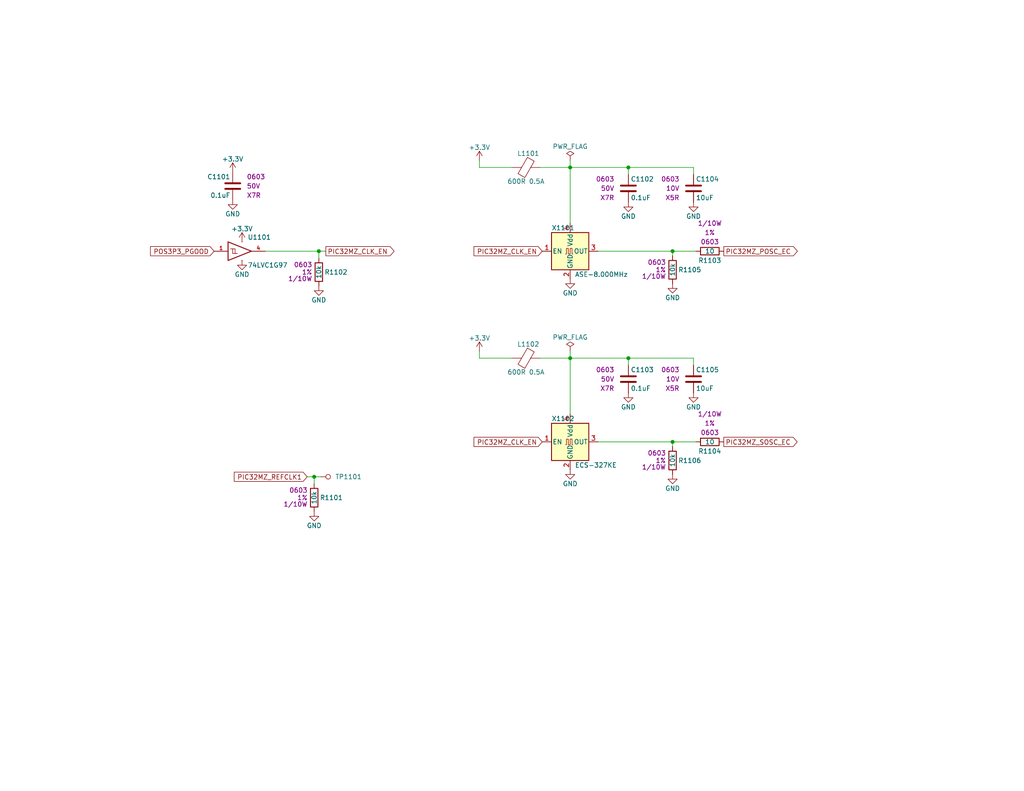
<source format=kicad_sch>
(kicad_sch (version 20230121) (generator eeschema)
  (paper "A")
  (title_block (title "Nixie Clock Redux Core Board") (date "2023-07-30") (rev "B") (company "Drew Maatman"))
  (lib_symbols
    (symbol "Custom_Library:74LVC1G97_Power_BUF" (pin_names (offset 1.016) hide)
      (property "Reference" "U" (at 1.524 3.81 0))
      (property "Value" "Custom_Library_74LVC1G97_Power_BUF" (at 1.524 -3.81 0))
      (symbol "74LVC1G97_Power_BUF_1_1"
        (polyline (pts (xy -2.54 0.635) (xy -1.905 0.635) (xy -1.905 -0.635)))
        (polyline (pts (xy -3.81 2.54) (xy -3.81 -2.54) (xy 2.54 0) (xy -3.81 2.54)) (stroke (width 0.254)))
        (polyline (pts (xy -3.175 0.635) (xy -2.54 0.635) (xy -2.54 -0.635) (xy -1.27 -0.635)))
        (pin input line (at -7.62 0 0) (length 3.81) (name "~") (number "1"))
        (pin power_in line (at 0 -2.54 270) (length 0) (name "GND") (number "2"))
        (pin power_in line (at 0 -2.54 270) (length 0) (name "GND") (number "3"))
        (pin output line (at 6.35 0 180) (length 3.81) (name "~") (number "4"))
        (pin power_in line (at 0 2.54 90) (length 0) (name "VCC") (number "5"))
        (pin power_in line (at 0 -2.54 270) (length 0) (name "GND") (number "6"))
      )
    )
    (symbol "Custom_Library:C_Custom" (pin_numbers hide) (pin_names (offset 0.254))
      (property "Reference" "C" (at 0.635 2.54 0))
      (property "Value" "Custom_Library_C_Custom" (at 0.635 -2.54 0))
      (property "display_footprint" "Foot" (at -3.81 2.54 0))
      (property "Voltage" "V" (at -3.81 0 0))
      (property "Dielectric" "Er" (at -3.81 -2.54 0))
      (symbol "C_Custom_0_1"
        (polyline (pts (xy -2.032 -0.762) (xy 2.032 -0.762)) (stroke (width 0.508)))
        (polyline (pts (xy -2.032 0.762) (xy 2.032 0.762)) (stroke (width 0.508)))
      )
      (symbol "C_Custom_1_1"
        (pin passive line (at 0 3.81 270) (length 2.794) (name "~") (number "1"))
        (pin passive line (at 0 -3.81 90) (length 2.794) (name "~") (number "2"))
      )
    )
    (symbol "Custom_Library:ECS-327KE" (pin_names (offset 0.254))
      (property "Reference" "X" (at -5.08 6.35 0))
      (property "Value" "Custom_Library_ECS-327KE" (at 1.27 -6.35 0))
      (symbol "ECS-327KE_0_1"
        (rectangle (start -5.08 5.08) (end 5.08 -5.08) (stroke (width 0.254)) (fill (type background)))
        (polyline (pts (xy -1.27 -0.762) (xy -1.016 -0.762) (xy -1.016 0.762) (xy -0.508 0.762) (xy -0.508 -0.762) (xy 0 -0.762) (xy 0 0.762) (xy 0.508 0.762) (xy 0.508 -0.762) (xy 0.762 -0.762)))
      )
      (symbol "ECS-327KE_1_1"
        (pin input line (at -7.62 0 0) (length 2.54) (name "EN") (number "1"))
        (pin power_in line (at 0 -7.62 90) (length 2.54) (name "GND") (number "2"))
        (pin output line (at 7.62 0 180) (length 2.54) (name "OUT") (number "3"))
        (pin power_in line (at 0 7.62 270) (length 2.54) (name "Vdd") (number "4"))
      )
    )
    (symbol "Custom_Library:R_Custom" (pin_numbers hide) (pin_names (offset 1.016) hide)
      (property "Reference" "R" (at -2.54 0 90))
      (property "Value" "Custom_Library_R_Custom" (at 0 0 90))
      (property "display_footprint" "Foot" (at 2.54 0 90))
      (property "Tolerance" "Tol" (at 5.08 0 90))
      (property "Wattage" "W" (at 7.62 0 90))
      (symbol "R_Custom_0_1"
        (rectangle (start 1.016 2.54) (end -1.016 -2.54) (stroke (width 0.254)))
      )
      (symbol "R_Custom_1_1"
        (pin passive line (at 0 3.81 270) (length 1.27) (name "1") (number "1"))
        (pin passive line (at 0 -3.81 90) (length 1.27) (name "2") (number "2"))
      )
    )
    (symbol "Custom_Library:TP" (pin_numbers hide) (pin_names (offset 0) hide)
      (property "Reference" "TP" (at 0 3.81 0))
      (symbol "TP_0_1"
        (polyline (pts (xy 0 0) (xy 0 1.27)))
        (circle (center 0 1.905) (radius 0.635))
      )
      (symbol "TP_1_1"
        (pin passive line (at 0 0 90) (length 0) (name "TP") (number "1"))
      )
    )
    (symbol "Device:Ferrite_Bead" (pin_numbers hide) (pin_names (offset 0))
      (property "Reference" "FB" (at -3.81 0.635 90))
      (property "Value" "Device_Ferrite_Bead" (at 3.81 0 90))
      (symbol "Ferrite_Bead_0_1"
        (polyline (pts (xy 0 -1.27) (xy 0 -1.2192)))
        (polyline (pts (xy 0 1.27) (xy 0 1.2954)))
        (polyline (pts (xy -2.7686 0.4064) (xy -1.7018 2.2606) (xy 2.7686 -0.3048) (xy 1.6764 -2.159) (xy -2.7686 0.4064)))
      )
      (symbol "Ferrite_Bead_1_1"
        (pin passive line (at 0 3.81 270) (length 2.54) (name "~") (number "1"))
        (pin passive line (at 0 -3.81 90) (length 2.54) (name "~") (number "2"))
      )
    )
    (symbol "Oscillator:ASE-xxxMHz" (pin_names (offset 0.254))
      (property "Reference" "X" (at -5.08 6.35 0))
      (property "Value" "ASE-xxxMHz" (at 1.27 -6.35 0))
      (symbol "ASE-xxxMHz_0_1"
        (rectangle (start -5.08 5.08) (end 5.08 -5.08) (stroke (width 0.254)) (fill (type background)))
        (polyline (pts (xy -1.27 -0.762) (xy -1.016 -0.762) (xy -1.016 0.762) (xy -0.508 0.762) (xy -0.508 -0.762) (xy 0 -0.762) (xy 0 0.762) (xy 0.508 0.762) (xy 0.508 -0.762) (xy 0.762 -0.762)))
      )
      (symbol "ASE-xxxMHz_1_1"
        (pin input line (at -7.62 0 0) (length 2.54) (name "EN") (number "1"))
        (pin power_in line (at 0 -7.62 90) (length 2.54) (name "GND") (number "2"))
        (pin output line (at 7.62 0 180) (length 2.54) (name "OUT") (number "3"))
        (pin power_in line (at 0 7.62 270) (length 2.54) (name "Vdd") (number "4"))
      )
    )
    (symbol "power:+3.3V" (power) (pin_names (offset 0))
      (property "Value" "+3.3V" (at 0 3.556 0))
      (symbol "+3.3V_0_1"
        (polyline (pts (xy -0.762 1.27) (xy 0 2.54)))
        (polyline (pts (xy 0 0) (xy 0 2.54)))
        (polyline (pts (xy 0 2.54) (xy 0.762 1.27)))
      )
      (symbol "+3.3V_1_1"
        (pin power_in line (at 0 0 90) (length 0) hide (name "+3.3V") (number "1"))
      )
    )
    (symbol "power:GND" (power) (pin_names (offset 0))
      (property "Value" "GND" (at 0 -3.81 0))
      (symbol "GND_0_1"
        (polyline (pts (xy 0 0) (xy 0 -1.27) (xy 1.27 -1.27) (xy 0 -2.54) (xy -1.27 -1.27) (xy 0 -1.27)))
      )
      (symbol "GND_1_1"
        (pin power_in line (at 0 0 270) (length 0) hide (name "GND") (number "1"))
      )
    )
    (symbol "power:PWR_FLAG" (power) (pin_numbers hide) (pin_names (offset 0) hide)
      (property "Value" "PWR_FLAG" (at 0 3.81 0))
      (symbol "PWR_FLAG_0_0"
        (pin power_out line (at 0 0 90) (length 0) (name "pwr") (number "1"))
      )
      (symbol "PWR_FLAG_0_1"
        (polyline (pts (xy 0 0) (xy 0 1.27) (xy -1.016 1.905) (xy 0 2.54) (xy 1.016 1.905) (xy 0 1.27)))
      )
    )
  )
  (junction (at 85.725 130.175))
  (junction (at 171.45 45.72))
  (junction (at 155.575 45.72))
  (junction (at 183.515 120.65))
  (junction (at 155.575 97.79))
  (junction (at 183.515 68.58))
  (junction (at 86.995 68.58))
  (junction (at 171.45 97.79))
  (wire (pts (xy 189.23 97.79) (xy 189.23 99.695)))
  (wire (pts (xy 183.515 68.58) (xy 189.865 68.58)))
  (wire (pts (xy 130.81 97.79) (xy 139.7 97.79)))
  (wire (pts (xy 171.45 45.72) (xy 155.575 45.72)))
  (wire (pts (xy 183.515 68.58) (xy 163.195 68.58)))
  (wire (pts (xy 183.515 121.92) (xy 183.515 120.65)))
  (wire (pts (xy 86.995 70.485) (xy 86.995 68.58)))
  (wire (pts (xy 183.515 120.65) (xy 189.865 120.65)))
  (wire (pts (xy 87.63 130.175) (xy 85.725 130.175)))
  (wire (pts (xy 189.23 45.72) (xy 189.23 47.625)))
  (wire (pts (xy 147.32 45.72) (xy 155.575 45.72)))
  (wire (pts (xy 171.45 97.79) (xy 155.575 97.79)))
  (wire (pts (xy 155.575 45.72) (xy 155.575 60.96)))
  (wire (pts (xy 85.725 130.175) (xy 83.82 130.175)))
  (wire (pts (xy 130.81 45.72) (xy 139.7 45.72)))
  (wire (pts (xy 171.45 97.79) (xy 189.23 97.79)))
  (wire (pts (xy 147.32 97.79) (xy 155.575 97.79)))
  (wire (pts (xy 130.81 43.815) (xy 130.81 45.72)))
  (wire (pts (xy 155.575 43.815) (xy 155.575 45.72)))
  (wire (pts (xy 171.45 47.625) (xy 171.45 45.72)))
  (wire (pts (xy 171.45 99.695) (xy 171.45 97.79)))
  (wire (pts (xy 171.45 45.72) (xy 189.23 45.72)))
  (wire (pts (xy 183.515 120.65) (xy 163.195 120.65)))
  (wire (pts (xy 86.995 68.58) (xy 72.39 68.58)))
  (wire (pts (xy 130.81 95.885) (xy 130.81 97.79)))
  (wire (pts (xy 85.725 132.08) (xy 85.725 130.175)))
  (wire (pts (xy 183.515 69.85) (xy 183.515 68.58)))
  (wire (pts (xy 155.575 95.885) (xy 155.575 97.79)))
  (wire (pts (xy 155.575 97.79) (xy 155.575 113.03)))
  (wire (pts (xy 88.9 68.58) (xy 86.995 68.58)))
  (global_label "PIC32MZ_CLK_EN" (shape input) (at 147.955 68.58 180) (property "Intersheetrefs" "${INTERSHEET_REFS}" (at 128.8417 68.58 0) (effects (justify right))))
  (global_label "PIC32MZ_REFCLK1" (shape input) (at 83.82 130.175 180) (property "Intersheetrefs" "${INTERSHEET_REFS}" (at 63.4367 130.175 0) (effects (justify right))))
  (global_label "POS3P3_PGOOD" (shape input) (at 58.42 68.58 180) (property "Intersheetrefs" "${INTERSHEET_REFS}" (at 40.5766 68.58 0) (effects (justify right))))
  (global_label "PIC32MZ_SOSC_EC" (shape output) (at 197.485 120.65 0) (property "Intersheetrefs" "${INTERSHEET_REFS}" (at 217.9892 120.65 0) (effects (justify left))))
  (global_label "PIC32MZ_POSC_EC" (shape output) (at 197.485 68.58 0) (property "Intersheetrefs" "${INTERSHEET_REFS}" (at 218.0497 68.58 0) (effects (justify left))))
  (global_label "PIC32MZ_CLK_EN" (shape output) (at 88.9 68.58 0) (property "Intersheetrefs" "${INTERSHEET_REFS}" (at 108.0133 68.58 0) (effects (justify left))))
  (global_label "PIC32MZ_CLK_EN" (shape input) (at 147.955 120.65 180) (property "Intersheetrefs" "${INTERSHEET_REFS}" (at 128.8417 120.65 0) (effects (justify right))))
  (symbol (lib_id "power:GND") (at 171.45 55.245 0) (unit 1)
    (property "Reference" "#PWR01111" (effects hide))
    (property "Value" "GND" (at 171.45 59.055 0))
    (instances (project "Nixie_Clock_Core" (path "" (reference "#PWR01111") (unit 1))) (project "LED_Panel_Controller" (path "" (reference "#PWR?") (unit 1))))
  )
  (symbol (lib_id "power:+3.3V") (at 130.81 43.815 0) (unit 1)
    (property "Reference" "#PWR01107" (effects hide))
    (property "Value" "+3.3V" (at 130.81 40.259 0))
    (instances (project "Nixie_Clock_Core" (path "" (reference "#PWR01107") (unit 1))) (project "LED_Panel_Controller" (path "" (reference "#PWR?") (unit 1))))
  )
  (symbol (lib_id "Custom_Library:74LVC1G97_Power_BUF") (at 66.04 68.58 0) (unit 1)
    (property "Reference" "U1101" (at 67.564 64.77 0) (effects (justify left)))
    (property "Value" "74LVC1G97" (at 67.564 72.39 0) (effects (justify left)))
    (property "Footprint" "Package_TO_SOT_SMD:SOT-363_SC-70-6" (effects hide))
    (property "Datasheet" "http://www.ti.com/lit/ds/symlink/sn74lvc1g97.pdf" (effects hide))
    (property "Digi-Key PN" "296-15582-1-ND" (effects hide))
    (instances (project "Nixie_Clock_Core" (path "" (reference "U1101") (unit 1))) (project "LED_Panel_Controller" (path "" (reference "U?") (unit 1))))
  )
  (symbol (lib_id "power:GND") (at 183.515 129.54 0) (unit 1)
    (property "Reference" "#PWR01114" (effects hide))
    (property "Value" "GND" (at 183.515 133.35 0))
    (instances (project "Nixie_Clock_Core" (path "" (reference "#PWR01114") (unit 1))) (project "LED_Panel_Controller" (path "" (reference "#PWR?") (unit 1)) (path "" (reference "#PWR?") (unit 1)) (path "" (reference "#PWR?") (unit 1)) (path "" (reference "#PWR?") (unit 1)) (path "" (reference "#PWR?") (unit 1))))
  )
  (symbol (lib_id "Custom_Library:R_Custom") (at 85.725 135.89 0) (mirror y) (unit 1)
    (property "Reference" "R1101" (at 87.249 135.89 0) (effects (justify right)))
    (property "Value" "10k" (at 85.725 135.89 90))
    (property "Footprint" "Resistors_SMD:R_0603" (effects hide))
    (property "display_footprint" "0603" (at 83.947 133.858 0) (effects (justify left)))
    (property "Tolerance" "1%" (at 83.947 135.89 0) (effects (justify left)))
    (property "Wattage" "1/10W" (at 83.947 137.668 0) (effects (justify left)))
    (property "Digi-Key PN" "541-10.0KHCT-ND" (effects hide))
    (instances (project "Nixie_Clock_Core" (path "" (reference "R1101") (unit 1))) (project "LED_Panel_Controller" (path "" (reference "R?") (unit 1)) (path "" (reference "R?") (unit 1)) (path "" (reference "R?") (unit 1)) (path "" (reference "R?") (unit 1)) (path "" (reference "R?") (unit 1)) (path "" (reference "R?") (unit 1)) (path "" (reference "R?") (unit 1)) (path "" (reference "R?") (unit 1)) (path "" (reference "R?") (unit 1)) (path "" (reference "R?") (unit 1)) (path "" (reference "R?") (unit 1))))
  )
  (symbol (lib_id "Device:Ferrite_Bead") (at 143.51 97.79 270) (unit 1)
    (property "Reference" "L1102" (at 144.145 93.98 90))
    (property "Value" "600R 0.5A" (at 143.51 101.6 90))
    (property "Footprint" "Inductors_SMD:L_0603" (effects hide))
    (property "Digi-Key PN" "490-1014-1-ND" (effects hide))
    (instances (project "Nixie_Clock_Core" (path "" (reference "L1102") (unit 1))) (project "LED_Panel_Controller" (path "" (reference "L?") (unit 1)) (path "" (reference "L?") (unit 1)) (path "" (reference "L?") (unit 1)) (path "" (reference "L?") (unit 1)) (path "" (reference "L?") (unit 1))))
  )
  (symbol (lib_id "Custom_Library:C_Custom") (at 171.45 103.505 0) (unit 1)
    (property "Reference" "C1103" (at 172.085 100.965 0) (effects (justify left)))
    (property "Value" "0.1uF" (at 172.085 106.045 0) (effects (justify left)))
    (property "Footprint" "Capacitors_SMD:C_0603" (effects hide))
    (property "display_footprint" "0603" (at 167.64 100.965 0) (effects (justify right)))
    (property "Voltage" "50V" (at 167.64 103.505 0) (effects (justify right)))
    (property "Dielectric" "X7R" (at 167.64 106.045 0) (effects (justify right)))
    (property "Digi-Key PN" "1276-1935-1-ND" (effects hide))
    (instances (project "Nixie_Clock_Core" (path "" (reference "C1103") (unit 1))) (project "LED_Panel_Controller" (path "" (reference "C?") (unit 1)) (path "" (reference "C?") (unit 1))))
  )
  (symbol (lib_id "power:GND") (at 183.515 77.47 0) (unit 1)
    (property "Reference" "#PWR01113" (effects hide))
    (property "Value" "GND" (at 183.515 81.28 0))
    (instances (project "Nixie_Clock_Core" (path "" (reference "#PWR01113") (unit 1))) (project "LED_Panel_Controller" (path "" (reference "#PWR?") (unit 1)) (path "" (reference "#PWR?") (unit 1)) (path "" (reference "#PWR?") (unit 1)) (path "" (reference "#PWR?") (unit 1)) (path "" (reference "#PWR?") (unit 1))))
  )
  (symbol (lib_id "power:+3.3V") (at 63.5 46.99 0) (unit 1)
    (property "Reference" "#PWR01101" (effects hide))
    (property "Value" "+3.3V" (at 63.5 43.434 0))
    (instances (project "Nixie_Clock_Core" (path "" (reference "#PWR01101") (unit 1))) (project "LED_Panel_Controller" (path "" (reference "#PWR?") (unit 1)) (path "" (reference "#PWR?") (unit 1))))
  )
  (symbol (lib_id "Custom_Library:TP") (at 87.63 130.175 270) (unit 1)
    (property "Reference" "TP1101" (at 91.44 130.175 90) (effects (justify left)))
    (property "Value" "TP" (effects hide))
    (property "Footprint" "Custom Footprints Library:Test_Point" (effects hide))
    (instances (project "Nixie_Clock_Core" (path "" (reference "TP1101") (unit 1))) (project "LED_Panel_Controller" (path "" (reference "TP?") (unit 1)) (path "" (reference "TP?") (unit 1)) (path "" (reference "TP?") (unit 1)) (path "" (reference "TP?") (unit 1)) (path "" (reference "TP?") (unit 1)) (path "" (reference "TP?") (unit 1)) (path "" (reference "TP?") (unit 1)) (path "" (reference "TP?") (unit 1))))
  )
  (symbol (lib_id "Custom_Library:C_Custom") (at 189.23 103.505 0) (unit 1)
    (property "Reference" "C1105" (at 189.865 100.965 0) (effects (justify left)))
    (property "Value" "10uF" (at 189.865 106.045 0) (effects (justify left)))
    (property "Footprint" "Capacitors_SMD:C_0603" (effects hide))
    (property "display_footprint" "0603" (at 185.42 100.965 0) (effects (justify right)))
    (property "Voltage" "10V" (at 185.42 103.505 0) (effects (justify right)))
    (property "Dielectric" "X5R" (at 185.42 106.045 0) (effects (justify right)))
    (property "Digi-Key PN" "1276-1871-1-ND" (effects hide))
    (instances (project "Nixie_Clock_Core" (path "" (reference "C1105") (unit 1))) (project "LED_Panel_Controller" (path "" (reference "C?") (unit 1)) (path "" (reference "C?") (unit 1)) (path "" (reference "C?") (unit 1)) (path "" (reference "C?") (unit 1)) (path "" (reference "C?") (unit 1)) (path "" (reference "C?") (unit 1)) (path "" (reference "C?") (unit 1)) (path "" (reference "C?") (unit 1)) (path "" (reference "C?") (unit 1))))
  )
  (symbol (lib_id "Device:Ferrite_Bead") (at 143.51 45.72 270) (unit 1)
    (property "Reference" "L1101" (at 144.145 41.91 90))
    (property "Value" "600R 0.5A" (at 143.51 49.53 90))
    (property "Footprint" "Inductors_SMD:L_0603" (effects hide))
    (property "Digi-Key PN" "490-1014-1-ND" (effects hide))
    (instances (project "Nixie_Clock_Core" (path "" (reference "L1101") (unit 1))) (project "LED_Panel_Controller" (path "" (reference "L?") (unit 1)) (path "" (reference "L?") (unit 1)) (path "" (reference "L?") (unit 1)) (path "" (reference "L?") (unit 1)) (path "" (reference "L?") (unit 1))))
  )
  (symbol (lib_id "power:GND") (at 155.575 76.2 0) (unit 1)
    (property "Reference" "#PWR01109" (effects hide))
    (property "Value" "GND" (at 155.575 80.01 0))
    (instances (project "Nixie_Clock_Core" (path "" (reference "#PWR01109") (unit 1))) (project "LED_Panel_Controller" (path "" (reference "#PWR?") (unit 1))))
  )
  (symbol (lib_id "power:GND") (at 66.04 71.12 0) (unit 1)
    (property "Reference" "#PWR01104" (effects hide))
    (property "Value" "GND" (at 66.04 74.93 0))
    (instances (project "Nixie_Clock_Core" (path "" (reference "#PWR01104") (unit 1))) (project "LED_Panel_Controller" (path "" (reference "#PWR?") (unit 1)) (path "" (reference "#PWR?") (unit 1))))
  )
  (symbol (lib_id "Oscillator:ASE-xxxMHz") (at 155.575 68.58 0) (unit 1)
    (property "Reference" "X1101" (at 150.495 62.23 0) (effects (justify left)))
    (property "Value" "ASE-8.000MHz" (at 156.845 74.93 0) (effects (justify left)))
    (property "Footprint" "Oscillator:Oscillator_SMD_Abracon_ASE-4Pin_3.2x2.5mm" (effects hide))
    (property "Datasheet" "http://www.abracon.com/Oscillators/ASV.pdf" (effects hide))
    (property "Digi-Key PN" "	535-9558-1-ND" (effects hide))
    (instances (project "Nixie_Clock_Core" (path "" (reference "X1101") (unit 1))) (project "LED_Panel_Controller" (path "" (reference "X?") (unit 1))))
  )
  (symbol (lib_id "Custom_Library:R_Custom") (at 183.515 73.66 0) (mirror y) (unit 1)
    (property "Reference" "R1105" (at 185.039 73.66 0) (effects (justify right)))
    (property "Value" "10k" (at 183.515 73.66 90))
    (property "Footprint" "Resistors_SMD:R_0603" (effects hide))
    (property "display_footprint" "0603" (at 181.737 71.628 0) (effects (justify left)))
    (property "Tolerance" "1%" (at 181.737 73.66 0) (effects (justify left)))
    (property "Wattage" "1/10W" (at 181.737 75.438 0) (effects (justify left)))
    (property "Digi-Key PN" "541-10.0KHCT-ND" (effects hide))
    (instances (project "Nixie_Clock_Core" (path "" (reference "R1105") (unit 1))) (project "LED_Panel_Controller" (path "" (reference "R?") (unit 1)) (path "" (reference "R?") (unit 1)) (path "" (reference "R?") (unit 1)) (path "" (reference "R?") (unit 1)) (path "" (reference "R?") (unit 1)) (path "" (reference "R?") (unit 1)) (path "" (reference "R?") (unit 1)) (path "" (reference "R?") (unit 1)) (path "" (reference "R?") (unit 1)) (path "" (reference "R?") (unit 1)) (path "" (reference "R?") (unit 1))))
  )
  (symbol (lib_id "Custom_Library:R_Custom") (at 193.675 68.58 90) (unit 1)
    (property "Reference" "R1103" (at 193.675 71.12 90))
    (property "Value" "10" (at 193.675 68.58 90))
    (property "Footprint" "Resistors_SMD:R_0603" (effects hide))
    (property "display_footprint" "0603" (at 193.675 66.04 90))
    (property "Tolerance" "1%" (at 193.675 63.5 90))
    (property "Wattage" "1/10W" (at 193.675 60.96 90))
    (property "Digi-Key PN" "541-10.0HCT-ND" (effects hide))
    (instances (project "Nixie_Clock_Core" (path "" (reference "R1103") (unit 1))) (project "LED_Panel_Controller" (path "" (reference "R?") (unit 1)) (path "" (reference "R?") (unit 1))))
  )
  (symbol (lib_id "power:GND") (at 85.725 139.7 0) (unit 1)
    (property "Reference" "#PWR01105" (effects hide))
    (property "Value" "GND" (at 85.725 143.51 0))
    (instances (project "Nixie_Clock_Core" (path "" (reference "#PWR01105") (unit 1))) (project "LED_Panel_Controller" (path "" (reference "#PWR?") (unit 1))))
  )
  (symbol (lib_id "Custom_Library:ECS-327KE") (at 155.575 120.65 0) (unit 1)
    (property "Reference" "X1102" (at 150.495 114.3 0) (effects (justify left)))
    (property "Value" "ECS-327KE" (at 156.845 127 0) (effects (justify left)))
    (property "Footprint" "Custom Footprints Library:ECS-327KE" (effects hide))
    (property "Digi-Key PN" "XC1751CT-ND" (effects hide))
    (instances (project "Nixie_Clock_Core" (path "" (reference "X1102") (unit 1))) (project "LED_Panel_Controller" (path "" (reference "X?") (unit 1))))
  )
  (symbol (lib_id "power:GND") (at 63.5 54.61 0) (unit 1)
    (property "Reference" "#PWR01102" (effects hide))
    (property "Value" "GND" (at 63.5 58.42 0))
    (instances (project "Nixie_Clock_Core" (path "" (reference "#PWR01102") (unit 1))) (project "LED_Panel_Controller" (path "" (reference "#PWR?") (unit 1)) (path "" (reference "#PWR?") (unit 1))))
  )
  (symbol (lib_id "power:GND") (at 155.575 128.27 0) (unit 1)
    (property "Reference" "#PWR01110" (effects hide))
    (property "Value" "GND" (at 155.575 132.08 0))
    (instances (project "Nixie_Clock_Core" (path "" (reference "#PWR01110") (unit 1))) (project "LED_Panel_Controller" (path "" (reference "#PWR?") (unit 1))))
  )
  (symbol (lib_id "Custom_Library:C_Custom") (at 63.5 50.8 0) (mirror y) (unit 1)
    (property "Reference" "C1101" (at 62.865 48.26 0) (effects (justify left)))
    (property "Value" "0.1uF" (at 62.865 53.34 0) (effects (justify left)))
    (property "Footprint" "Capacitors_SMD:C_0603" (effects hide))
    (property "Digi-Key PN" "1276-1935-1-ND" (effects hide))
    (property "display_footprint" "0603" (at 67.31 48.26 0) (effects (justify right)))
    (property "Voltage" "50V" (at 67.31 50.8 0) (effects (justify right)))
    (property "Dielectric" "X7R" (at 67.31 53.34 0) (effects (justify right)))
    (instances (project "Nixie_Clock_Core" (path "" (reference "C1101") (unit 1))) (project "LED_Panel_Controller" (path "" (reference "C?") (unit 1)) (path "" (reference "C?") (unit 1)) (path "" (reference "C?") (unit 1)) (path "" (reference "C?") (unit 1)) (path "" (reference "C?") (unit 1)) (path "" (reference "C?") (unit 1)) (path "" (reference "C?") (unit 1)) (path "" (reference "C?") (unit 1)) (path "" (reference "C?") (unit 1))))
  )
  (symbol (lib_id "power:GND") (at 171.45 107.315 0) (unit 1)
    (property "Reference" "#PWR01112" (effects hide))
    (property "Value" "GND" (at 171.45 111.125 0))
    (instances (project "Nixie_Clock_Core" (path "" (reference "#PWR01112") (unit 1))) (project "LED_Panel_Controller" (path "" (reference "#PWR?") (unit 1))))
  )
  (symbol (lib_id "power:PWR_FLAG") (at 155.575 95.885 0) (unit 1)
    (property "Reference" "#FLG01102" (effects hide))
    (property "Value" "PWR_FLAG" (at 155.575 92.075 0))
    (instances (project "Nixie_Clock_Core" (path "" (reference "#FLG01102") (unit 1))) (project "LED_Panel_Controller" (path "" (reference "#FLG?") (unit 1))))
  )
  (symbol (lib_id "power:+3.3V") (at 130.81 95.885 0) (unit 1)
    (property "Reference" "#PWR01108" (effects hide))
    (property "Value" "+3.3V" (at 130.81 92.329 0))
    (instances (project "Nixie_Clock_Core" (path "" (reference "#PWR01108") (unit 1))) (project "LED_Panel_Controller" (path "" (reference "#PWR?") (unit 1))))
  )
  (symbol (lib_id "Custom_Library:C_Custom") (at 189.23 51.435 0) (unit 1)
    (property "Reference" "C1104" (at 189.865 48.895 0) (effects (justify left)))
    (property "Value" "10uF" (at 189.865 53.975 0) (effects (justify left)))
    (property "Footprint" "Capacitors_SMD:C_0603" (effects hide))
    (property "display_footprint" "0603" (at 185.42 48.895 0) (effects (justify right)))
    (property "Voltage" "10V" (at 185.42 51.435 0) (effects (justify right)))
    (property "Dielectric" "X5R" (at 185.42 53.975 0) (effects (justify right)))
    (property "Digi-Key PN" "1276-1871-1-ND" (effects hide))
    (instances (project "Nixie_Clock_Core" (path "" (reference "C1104") (unit 1))) (project "LED_Panel_Controller" (path "" (reference "C?") (unit 1)) (path "" (reference "C?") (unit 1)) (path "" (reference "C?") (unit 1)) (path "" (reference "C?") (unit 1)) (path "" (reference "C?") (unit 1)) (path "" (reference "C?") (unit 1)) (path "" (reference "C?") (unit 1)) (path "" (reference "C?") (unit 1)) (path "" (reference "C?") (unit 1))))
  )
  (symbol (lib_id "power:GND") (at 86.995 78.105 0) (unit 1)
    (property "Reference" "#PWR01106" (effects hide))
    (property "Value" "GND" (at 86.995 81.915 0))
    (instances (project "Nixie_Clock_Core" (path "" (reference "#PWR01106") (unit 1))) (project "LED_Panel_Controller" (path "" (reference "#PWR?") (unit 1)) (path "" (reference "#PWR?") (unit 1))))
  )
  (symbol (lib_id "power:PWR_FLAG") (at 155.575 43.815 0) (unit 1)
    (property "Reference" "#FLG01101" (effects hide))
    (property "Value" "PWR_FLAG" (at 155.575 40.005 0))
    (instances (project "Nixie_Clock_Core" (path "" (reference "#FLG01101") (unit 1))) (project "LED_Panel_Controller" (path "" (reference "#FLG?") (unit 1))))
  )
  (symbol (lib_id "Custom_Library:R_Custom") (at 86.995 74.295 0) (mirror y) (unit 1)
    (property "Reference" "R1102" (at 88.519 74.295 0) (effects (justify right)))
    (property "Value" "10k" (at 86.995 74.295 90))
    (property "Footprint" "Resistors_SMD:R_0603" (effects hide))
    (property "display_footprint" "0603" (at 85.217 72.263 0) (effects (justify left)))
    (property "Tolerance" "1%" (at 85.217 74.295 0) (effects (justify left)))
    (property "Wattage" "1/10W" (at 85.217 76.073 0) (effects (justify left)))
    (property "Digi-Key PN" "541-10.0KHCT-ND" (effects hide))
    (instances (project "Nixie_Clock_Core" (path "" (reference "R1102") (unit 1))) (project "LED_Panel_Controller" (path "" (reference "R?") (unit 1)) (path "" (reference "R?") (unit 1)) (path "" (reference "R?") (unit 1)) (path "" (reference "R?") (unit 1)) (path "" (reference "R?") (unit 1)) (path "" (reference "R?") (unit 1)) (path "" (reference "R?") (unit 1)) (path "" (reference "R?") (unit 1)) (path "" (reference "R?") (unit 1)) (path "" (reference "R?") (unit 1)) (path "" (reference "R?") (unit 1))))
  )
  (symbol (lib_id "Custom_Library:C_Custom") (at 171.45 51.435 0) (unit 1)
    (property "Reference" "C1102" (at 172.085 48.895 0) (effects (justify left)))
    (property "Value" "0.1uF" (at 172.085 53.975 0) (effects (justify left)))
    (property "Footprint" "Capacitors_SMD:C_0603" (effects hide))
    (property "display_footprint" "0603" (at 167.64 48.895 0) (effects (justify right)))
    (property "Voltage" "50V" (at 167.64 51.435 0) (effects (justify right)))
    (property "Dielectric" "X7R" (at 167.64 53.975 0) (effects (justify right)))
    (property "Digi-Key PN" "1276-1935-1-ND" (effects hide))
    (instances (project "Nixie_Clock_Core" (path "" (reference "C1102") (unit 1))) (project "LED_Panel_Controller" (path "" (reference "C?") (unit 1)) (path "" (reference "C?") (unit 1))))
  )
  (symbol (lib_id "power:+3.3V") (at 66.04 66.04 0) (unit 1)
    (property "Reference" "#PWR01103" (effects hide))
    (property "Value" "+3.3V" (at 66.04 62.484 0))
    (instances (project "Nixie_Clock_Core" (path "" (reference "#PWR01103") (unit 1))) (project "LED_Panel_Controller" (path "" (reference "#PWR?") (unit 1)) (path "" (reference "#PWR?") (unit 1))))
  )
  (symbol (lib_id "Custom_Library:R_Custom") (at 193.675 120.65 90) (unit 1)
    (property "Reference" "R1104" (at 193.675 123.19 90))
    (property "Value" "10" (at 193.675 120.65 90))
    (property "Footprint" "Resistors_SMD:R_0603" (effects hide))
    (property "display_footprint" "0603" (at 193.675 118.11 90))
    (property "Tolerance" "1%" (at 193.675 115.57 90))
    (property "Wattage" "1/10W" (at 193.675 113.03 90))
    (property "Digi-Key PN" "541-10.0HCT-ND" (effects hide))
    (instances (project "Nixie_Clock_Core" (path "" (reference "R1104") (unit 1))) (project "LED_Panel_Controller" (path "" (reference "R?") (unit 1)) (path "" (reference "R?") (unit 1))))
  )
  (symbol (lib_id "power:GND") (at 189.23 107.315 0) (unit 1)
    (property "Reference" "#PWR01116" (effects hide))
    (property "Value" "GND" (at 189.23 111.125 0))
    (instances (project "Nixie_Clock_Core" (path "" (reference "#PWR01116") (unit 1))) (project "LED_Panel_Controller" (path "" (reference "#PWR?") (unit 1))))
  )
  (symbol (lib_id "Custom_Library:R_Custom") (at 183.515 125.73 0) (mirror y) (unit 1)
    (property "Reference" "R1106" (at 185.039 125.73 0) (effects (justify right)))
    (property "Value" "10k" (at 183.515 125.73 90))
    (property "Footprint" "Resistors_SMD:R_0603" (effects hide))
    (property "display_footprint" "0603" (at 181.737 123.698 0) (effects (justify left)))
    (property "Tolerance" "1%" (at 181.737 125.73 0) (effects (justify left)))
    (property "Wattage" "1/10W" (at 181.737 127.508 0) (effects (justify left)))
    (property "Digi-Key PN" "541-10.0KHCT-ND" (effects hide))
    (instances (project "Nixie_Clock_Core" (path "" (reference "R1106") (unit 1))) (project "LED_Panel_Controller" (path "" (reference "R?") (unit 1)) (path "" (reference "R?") (unit 1)) (path "" (reference "R?") (unit 1)) (path "" (reference "R?") (unit 1)) (path "" (reference "R?") (unit 1)) (path "" (reference "R?") (unit 1)) (path "" (reference "R?") (unit 1)) (path "" (reference "R?") (unit 1)) (path "" (reference "R?") (unit 1)) (path "" (reference "R?") (unit 1)) (path "" (reference "R?") (unit 1))))
  )
  (symbol (lib_id "power:GND") (at 189.23 55.245 0) (unit 1)
    (property "Reference" "#PWR01115" (effects hide))
    (property "Value" "GND" (at 189.23 59.055 0))
    (instances (project "Nixie_Clock_Core" (path "" (reference "#PWR01115") (unit 1))) (project "LED_Panel_Controller" (path "" (reference "#PWR?") (unit 1))))
  )
)
</source>
